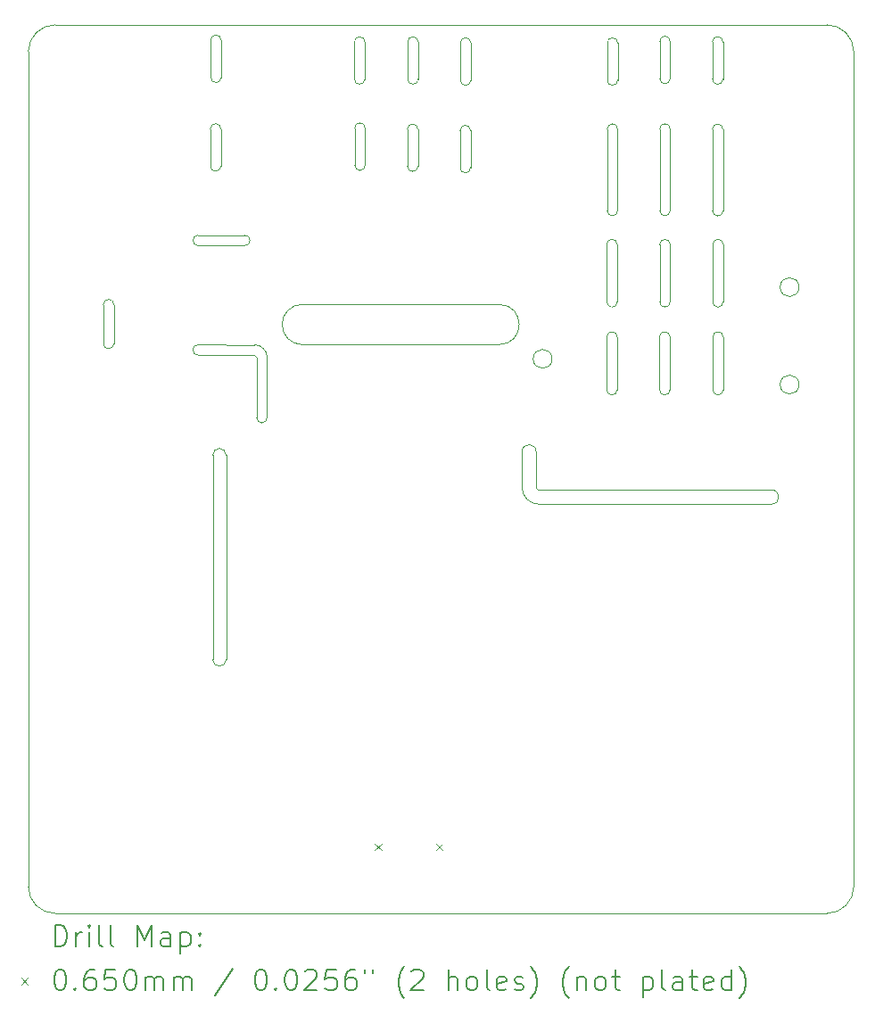
<source format=gbr>
%FSLAX45Y45*%
G04 Gerber Fmt 4.5, Leading zero omitted, Abs format (unit mm)*
G04 Created by KiCad (PCBNEW (6.0.4)) date 2022-05-30 19:31:12*
%MOMM*%
%LPD*%
G01*
G04 APERTURE LIST*
%TA.AperFunction,Profile*%
%ADD10C,0.050000*%
%TD*%
%TA.AperFunction,Profile*%
%ADD11C,0.100000*%
%TD*%
%ADD12C,0.200000*%
%ADD13C,0.065000*%
G04 APERTURE END LIST*
D10*
X20097750Y-15170150D02*
G75*
G03*
X20351750Y-14916150I0J254000D01*
G01*
X20351750Y-14916150D02*
X20351750Y-6991350D01*
X16183650Y-15170350D02*
X12769850Y-15170350D01*
X19832150Y-9226550D02*
G75*
G03*
X19832150Y-9226550I-90000J0D01*
G01*
D11*
X16985200Y-9771503D02*
X15115170Y-9771503D01*
D10*
X20097750Y-6737350D02*
X12769850Y-6737350D01*
D11*
X15115170Y-9391060D02*
X16985200Y-9391060D01*
D10*
X15115170Y-9391057D02*
G75*
G03*
X15115170Y-9771503I-1J-190223D01*
G01*
X12515850Y-14916150D02*
X12515850Y-6991350D01*
X16985200Y-9771500D02*
G75*
G03*
X16985200Y-9391060I0J190220D01*
G01*
X12515850Y-14916150D02*
G75*
G03*
X12769850Y-15170350I254200J0D01*
G01*
X20097750Y-15170150D02*
X16183650Y-15170350D01*
X20351750Y-6991350D02*
G75*
G03*
X20097750Y-6737350I-254000J0D01*
G01*
X14683237Y-10465489D02*
G75*
G03*
X14782887Y-10465489I49825J-285D01*
G01*
X18609605Y-9365955D02*
X18609605Y-8822985D01*
X19010040Y-6899910D02*
X19010040Y-7250750D01*
X17487730Y-9907270D02*
G75*
G03*
X17487730Y-9907270I-90000J0D01*
G01*
X15611520Y-6899910D02*
X15611520Y-7250750D01*
D11*
X17202150Y-11126470D02*
X17202150Y-10788650D01*
D10*
X18011820Y-7260910D02*
G75*
G03*
X18111470Y-7260910I49825J0D01*
G01*
X18007035Y-8822985D02*
X18007035Y-9365955D01*
X18111470Y-6910070D02*
G75*
G03*
X18011820Y-6910070I-49825J0D01*
G01*
X16214090Y-8078790D02*
X16214090Y-7727950D01*
X14245000Y-7725410D02*
X14245000Y-8076250D01*
X18106685Y-9365955D02*
X18106685Y-8822985D01*
X18007035Y-10200000D02*
G75*
G03*
X18106685Y-10200000I49825J0D01*
G01*
X16116980Y-7250750D02*
G75*
G03*
X16216630Y-7250750I49825J0D01*
G01*
X19010335Y-8500990D02*
G75*
G03*
X19109985Y-8500990I49825J0D01*
G01*
X14393650Y-10821350D02*
G75*
G03*
X14266650Y-10821350I-63500J0D01*
G01*
X19832150Y-10151110D02*
G75*
G03*
X19832150Y-10151110I-90000J0D01*
G01*
X17202150Y-11126470D02*
G75*
G03*
X17362170Y-11286490I160020J0D01*
G01*
X19112525Y-9365955D02*
X19112525Y-8822985D01*
X18509955Y-9365955D02*
G75*
G03*
X18609605Y-9365955I49825J0D01*
G01*
X16216630Y-6899910D02*
G75*
G03*
X16116980Y-6899910I-49825J0D01*
G01*
X19010040Y-7250750D02*
G75*
G03*
X19109690Y-7250750I49825J0D01*
G01*
X14571237Y-8733438D02*
X14128062Y-8733438D01*
X15614060Y-7717790D02*
X15614060Y-8068630D01*
X18106685Y-8822985D02*
G75*
G03*
X18007035Y-8822985I-49825J0D01*
G01*
X19010335Y-7728245D02*
X19010335Y-8500990D01*
X19109985Y-8500990D02*
X19109985Y-7728245D01*
X14128062Y-9773433D02*
G75*
G03*
X14128062Y-9873088I-283J-49828D01*
G01*
X16617360Y-6910070D02*
X16617360Y-7260910D01*
D11*
X17362170Y-11151870D02*
X19571970Y-11151870D01*
D10*
X17336770Y-10788650D02*
G75*
G03*
X17202150Y-10788650I-67310J0D01*
G01*
X18507415Y-9700000D02*
X18507415Y-10200000D01*
X14128062Y-9873088D02*
X14663420Y-9872980D01*
X16614820Y-7740650D02*
X16614820Y-8091490D01*
D11*
X17336770Y-10788650D02*
X17336770Y-11126470D01*
D10*
X19112525Y-8822985D02*
G75*
G03*
X19012875Y-8822985I-49825J0D01*
G01*
X18010650Y-7727070D02*
X18010650Y-8499815D01*
X14247650Y-7235190D02*
G75*
G03*
X14347300Y-7235190I49825J0D01*
G01*
X15611520Y-7250750D02*
G75*
G03*
X15711170Y-7250750I49825J0D01*
G01*
X18609310Y-7245670D02*
X18609310Y-6894830D01*
X19112525Y-10200000D02*
X19112525Y-9700000D01*
X14683740Y-9893300D02*
G75*
G03*
X14663420Y-9872980I-20320J0D01*
G01*
X14683740Y-9893300D02*
X14683237Y-10465489D01*
X15713710Y-8068630D02*
X15713710Y-7717790D01*
X18007035Y-9700000D02*
X18007035Y-10200000D01*
X19109985Y-7728245D02*
G75*
G03*
X19010335Y-7728245I-49825J0D01*
G01*
X14782887Y-10465489D02*
X14782800Y-9893300D01*
X16114440Y-8078790D02*
G75*
G03*
X16214090Y-8078790I49825J0D01*
G01*
X18011820Y-6910070D02*
X18011820Y-7260910D01*
X16714470Y-8091490D02*
X16714470Y-7740650D01*
X19012875Y-9700000D02*
X19012875Y-10200000D01*
X13229000Y-9760925D02*
G75*
G03*
X13328650Y-9760925I49825J0D01*
G01*
D11*
X19571970Y-11286490D02*
X17362170Y-11286490D01*
D10*
X18609605Y-8498450D02*
X18609605Y-7725705D01*
X18010650Y-8499815D02*
G75*
G03*
X18110300Y-8499815I49825J0D01*
G01*
X17336770Y-11126470D02*
G75*
G03*
X17362170Y-11151870I25400J0D01*
G01*
X15614060Y-8068630D02*
G75*
G03*
X15713710Y-8068630I49825J0D01*
G01*
X14347300Y-6884350D02*
G75*
G03*
X14247650Y-6884350I-49825J0D01*
G01*
X14347300Y-7235190D02*
X14347300Y-6884350D01*
X14571237Y-8833083D02*
G75*
G03*
X14571237Y-8733438I3J49823D01*
G01*
X14344650Y-8076250D02*
X14344650Y-7725410D01*
X18110300Y-8499815D02*
X18110300Y-7727070D01*
X14344650Y-7725410D02*
G75*
G03*
X14245000Y-7725410I-49825J0D01*
G01*
X14245000Y-8076250D02*
G75*
G03*
X14344650Y-8076250I49825J0D01*
G01*
X16717010Y-7260910D02*
X16717010Y-6910070D01*
X16116980Y-6899910D02*
X16116980Y-7250750D01*
X14266650Y-12761910D02*
G75*
G03*
X14393650Y-12761910I63500J1561D01*
G01*
X18509955Y-8822985D02*
X18509955Y-9365955D01*
X16717010Y-6910070D02*
G75*
G03*
X16617360Y-6910070I-49825J0D01*
G01*
X18007035Y-9365955D02*
G75*
G03*
X18106685Y-9365955I49825J0D01*
G01*
X16114440Y-7727950D02*
X16114440Y-8078790D01*
X12769850Y-6737350D02*
G75*
G03*
X12515850Y-6991350I0J-254000D01*
G01*
X14128062Y-8733433D02*
G75*
G03*
X14128062Y-8833088I-3J-49828D01*
G01*
X16214090Y-7727950D02*
G75*
G03*
X16114440Y-7727950I-49825J0D01*
G01*
X13229000Y-9392975D02*
X13229000Y-9760925D01*
X18509955Y-7725705D02*
X18509955Y-8498450D01*
X16216630Y-7250750D02*
X16216630Y-6899910D01*
X18609605Y-8822985D02*
G75*
G03*
X18509955Y-8822985I-49825J0D01*
G01*
X18509660Y-7245670D02*
G75*
G03*
X18609310Y-7245670I49825J0D01*
G01*
X18609310Y-6894830D02*
G75*
G03*
X18509660Y-6894830I-49825J0D01*
G01*
X14266650Y-10821350D02*
X14266650Y-12761910D01*
X16614820Y-8091490D02*
G75*
G03*
X16714470Y-8091490I49825J0D01*
G01*
X19112525Y-9700000D02*
G75*
G03*
X19012875Y-9700000I-49825J0D01*
G01*
X19012875Y-9365955D02*
G75*
G03*
X19112525Y-9365955I49825J0D01*
G01*
X18509955Y-8498450D02*
G75*
G03*
X18609605Y-8498450I49825J0D01*
G01*
X15713710Y-7717790D02*
G75*
G03*
X15614060Y-7717790I-49825J0D01*
G01*
X18507415Y-10200000D02*
G75*
G03*
X18607065Y-10200000I49825J0D01*
G01*
X19109690Y-7250750D02*
X19109690Y-6899910D01*
X18609605Y-7725705D02*
G75*
G03*
X18509955Y-7725705I-49825J0D01*
G01*
X14782800Y-9893300D02*
G75*
G03*
X14663420Y-9773920I-119380J0D01*
G01*
X15711170Y-6899910D02*
G75*
G03*
X15611520Y-6899910I-49825J0D01*
G01*
X15711170Y-7250750D02*
X15711170Y-6899910D01*
X14247650Y-6884350D02*
X14247650Y-7235190D01*
X19012875Y-8822985D02*
X19012875Y-9365955D01*
X14663420Y-9773920D02*
X14128062Y-9773438D01*
X18106685Y-10200000D02*
X18106685Y-9700000D01*
X13328650Y-9392975D02*
G75*
G03*
X13229000Y-9392975I-49825J0D01*
G01*
X19571970Y-11286490D02*
G75*
G03*
X19571970Y-11151870I0J67310D01*
G01*
X18106685Y-9700000D02*
G75*
G03*
X18007035Y-9700000I-49825J0D01*
G01*
X18607065Y-9700000D02*
G75*
G03*
X18507415Y-9700000I-49825J0D01*
G01*
X16714470Y-7740650D02*
G75*
G03*
X16614820Y-7740650I-49825J0D01*
G01*
X19109690Y-6899910D02*
G75*
G03*
X19010040Y-6899910I-49825J0D01*
G01*
X16617360Y-7260910D02*
G75*
G03*
X16717010Y-7260910I49825J0D01*
G01*
X13328650Y-9760925D02*
X13328650Y-9392975D01*
X18509660Y-6894830D02*
X18509660Y-7245670D01*
X18607065Y-10200000D02*
X18607065Y-9700000D01*
X18111470Y-7260910D02*
X18111470Y-6910070D01*
X14128062Y-8833088D02*
X14571237Y-8833088D01*
X14393650Y-12761910D02*
X14393650Y-10821350D01*
X18110300Y-7727070D02*
G75*
G03*
X18010650Y-7727070I-49825J0D01*
G01*
X19012875Y-10200000D02*
G75*
G03*
X19112525Y-10200000I49825J0D01*
G01*
D12*
D13*
X15805800Y-14507590D02*
X15870800Y-14572590D01*
X15870800Y-14507590D02*
X15805800Y-14572590D01*
X16383800Y-14507590D02*
X16448800Y-14572590D01*
X16448800Y-14507590D02*
X16383800Y-14572590D01*
D12*
X12770969Y-15483326D02*
X12770969Y-15283326D01*
X12818588Y-15283326D01*
X12847159Y-15292850D01*
X12866207Y-15311898D01*
X12875731Y-15330945D01*
X12885255Y-15369040D01*
X12885255Y-15397612D01*
X12875731Y-15435707D01*
X12866207Y-15454755D01*
X12847159Y-15473802D01*
X12818588Y-15483326D01*
X12770969Y-15483326D01*
X12970969Y-15483326D02*
X12970969Y-15349993D01*
X12970969Y-15388088D02*
X12980493Y-15369040D01*
X12990017Y-15359517D01*
X13009064Y-15349993D01*
X13028112Y-15349993D01*
X13094778Y-15483326D02*
X13094778Y-15349993D01*
X13094778Y-15283326D02*
X13085255Y-15292850D01*
X13094778Y-15302374D01*
X13104302Y-15292850D01*
X13094778Y-15283326D01*
X13094778Y-15302374D01*
X13218588Y-15483326D02*
X13199540Y-15473802D01*
X13190017Y-15454755D01*
X13190017Y-15283326D01*
X13323350Y-15483326D02*
X13304302Y-15473802D01*
X13294778Y-15454755D01*
X13294778Y-15283326D01*
X13551921Y-15483326D02*
X13551921Y-15283326D01*
X13618588Y-15426183D01*
X13685255Y-15283326D01*
X13685255Y-15483326D01*
X13866207Y-15483326D02*
X13866207Y-15378564D01*
X13856683Y-15359517D01*
X13837636Y-15349993D01*
X13799540Y-15349993D01*
X13780493Y-15359517D01*
X13866207Y-15473802D02*
X13847159Y-15483326D01*
X13799540Y-15483326D01*
X13780493Y-15473802D01*
X13770969Y-15454755D01*
X13770969Y-15435707D01*
X13780493Y-15416659D01*
X13799540Y-15407136D01*
X13847159Y-15407136D01*
X13866207Y-15397612D01*
X13961445Y-15349993D02*
X13961445Y-15549993D01*
X13961445Y-15359517D02*
X13980493Y-15349993D01*
X14018588Y-15349993D01*
X14037636Y-15359517D01*
X14047159Y-15369040D01*
X14056683Y-15388088D01*
X14056683Y-15445231D01*
X14047159Y-15464278D01*
X14037636Y-15473802D01*
X14018588Y-15483326D01*
X13980493Y-15483326D01*
X13961445Y-15473802D01*
X14142398Y-15464278D02*
X14151921Y-15473802D01*
X14142398Y-15483326D01*
X14132874Y-15473802D01*
X14142398Y-15464278D01*
X14142398Y-15483326D01*
X14142398Y-15359517D02*
X14151921Y-15369040D01*
X14142398Y-15378564D01*
X14132874Y-15369040D01*
X14142398Y-15359517D01*
X14142398Y-15378564D01*
D13*
X12448350Y-15780350D02*
X12513350Y-15845350D01*
X12513350Y-15780350D02*
X12448350Y-15845350D01*
D12*
X12809064Y-15703326D02*
X12828112Y-15703326D01*
X12847159Y-15712850D01*
X12856683Y-15722374D01*
X12866207Y-15741421D01*
X12875731Y-15779517D01*
X12875731Y-15827136D01*
X12866207Y-15865231D01*
X12856683Y-15884278D01*
X12847159Y-15893802D01*
X12828112Y-15903326D01*
X12809064Y-15903326D01*
X12790017Y-15893802D01*
X12780493Y-15884278D01*
X12770969Y-15865231D01*
X12761445Y-15827136D01*
X12761445Y-15779517D01*
X12770969Y-15741421D01*
X12780493Y-15722374D01*
X12790017Y-15712850D01*
X12809064Y-15703326D01*
X12961445Y-15884278D02*
X12970969Y-15893802D01*
X12961445Y-15903326D01*
X12951921Y-15893802D01*
X12961445Y-15884278D01*
X12961445Y-15903326D01*
X13142398Y-15703326D02*
X13104302Y-15703326D01*
X13085255Y-15712850D01*
X13075731Y-15722374D01*
X13056683Y-15750945D01*
X13047159Y-15789040D01*
X13047159Y-15865231D01*
X13056683Y-15884278D01*
X13066207Y-15893802D01*
X13085255Y-15903326D01*
X13123350Y-15903326D01*
X13142398Y-15893802D01*
X13151921Y-15884278D01*
X13161445Y-15865231D01*
X13161445Y-15817612D01*
X13151921Y-15798564D01*
X13142398Y-15789040D01*
X13123350Y-15779517D01*
X13085255Y-15779517D01*
X13066207Y-15789040D01*
X13056683Y-15798564D01*
X13047159Y-15817612D01*
X13342398Y-15703326D02*
X13247159Y-15703326D01*
X13237636Y-15798564D01*
X13247159Y-15789040D01*
X13266207Y-15779517D01*
X13313826Y-15779517D01*
X13332874Y-15789040D01*
X13342398Y-15798564D01*
X13351921Y-15817612D01*
X13351921Y-15865231D01*
X13342398Y-15884278D01*
X13332874Y-15893802D01*
X13313826Y-15903326D01*
X13266207Y-15903326D01*
X13247159Y-15893802D01*
X13237636Y-15884278D01*
X13475731Y-15703326D02*
X13494778Y-15703326D01*
X13513826Y-15712850D01*
X13523350Y-15722374D01*
X13532874Y-15741421D01*
X13542398Y-15779517D01*
X13542398Y-15827136D01*
X13532874Y-15865231D01*
X13523350Y-15884278D01*
X13513826Y-15893802D01*
X13494778Y-15903326D01*
X13475731Y-15903326D01*
X13456683Y-15893802D01*
X13447159Y-15884278D01*
X13437636Y-15865231D01*
X13428112Y-15827136D01*
X13428112Y-15779517D01*
X13437636Y-15741421D01*
X13447159Y-15722374D01*
X13456683Y-15712850D01*
X13475731Y-15703326D01*
X13628112Y-15903326D02*
X13628112Y-15769993D01*
X13628112Y-15789040D02*
X13637636Y-15779517D01*
X13656683Y-15769993D01*
X13685255Y-15769993D01*
X13704302Y-15779517D01*
X13713826Y-15798564D01*
X13713826Y-15903326D01*
X13713826Y-15798564D02*
X13723350Y-15779517D01*
X13742398Y-15769993D01*
X13770969Y-15769993D01*
X13790017Y-15779517D01*
X13799540Y-15798564D01*
X13799540Y-15903326D01*
X13894778Y-15903326D02*
X13894778Y-15769993D01*
X13894778Y-15789040D02*
X13904302Y-15779517D01*
X13923350Y-15769993D01*
X13951921Y-15769993D01*
X13970969Y-15779517D01*
X13980493Y-15798564D01*
X13980493Y-15903326D01*
X13980493Y-15798564D02*
X13990017Y-15779517D01*
X14009064Y-15769993D01*
X14037636Y-15769993D01*
X14056683Y-15779517D01*
X14066207Y-15798564D01*
X14066207Y-15903326D01*
X14456683Y-15693802D02*
X14285255Y-15950945D01*
X14713826Y-15703326D02*
X14732874Y-15703326D01*
X14751921Y-15712850D01*
X14761445Y-15722374D01*
X14770969Y-15741421D01*
X14780493Y-15779517D01*
X14780493Y-15827136D01*
X14770969Y-15865231D01*
X14761445Y-15884278D01*
X14751921Y-15893802D01*
X14732874Y-15903326D01*
X14713826Y-15903326D01*
X14694778Y-15893802D01*
X14685255Y-15884278D01*
X14675731Y-15865231D01*
X14666207Y-15827136D01*
X14666207Y-15779517D01*
X14675731Y-15741421D01*
X14685255Y-15722374D01*
X14694778Y-15712850D01*
X14713826Y-15703326D01*
X14866207Y-15884278D02*
X14875731Y-15893802D01*
X14866207Y-15903326D01*
X14856683Y-15893802D01*
X14866207Y-15884278D01*
X14866207Y-15903326D01*
X14999540Y-15703326D02*
X15018588Y-15703326D01*
X15037636Y-15712850D01*
X15047159Y-15722374D01*
X15056683Y-15741421D01*
X15066207Y-15779517D01*
X15066207Y-15827136D01*
X15056683Y-15865231D01*
X15047159Y-15884278D01*
X15037636Y-15893802D01*
X15018588Y-15903326D01*
X14999540Y-15903326D01*
X14980493Y-15893802D01*
X14970969Y-15884278D01*
X14961445Y-15865231D01*
X14951921Y-15827136D01*
X14951921Y-15779517D01*
X14961445Y-15741421D01*
X14970969Y-15722374D01*
X14980493Y-15712850D01*
X14999540Y-15703326D01*
X15142398Y-15722374D02*
X15151921Y-15712850D01*
X15170969Y-15703326D01*
X15218588Y-15703326D01*
X15237636Y-15712850D01*
X15247159Y-15722374D01*
X15256683Y-15741421D01*
X15256683Y-15760469D01*
X15247159Y-15789040D01*
X15132874Y-15903326D01*
X15256683Y-15903326D01*
X15437636Y-15703326D02*
X15342398Y-15703326D01*
X15332874Y-15798564D01*
X15342398Y-15789040D01*
X15361445Y-15779517D01*
X15409064Y-15779517D01*
X15428112Y-15789040D01*
X15437636Y-15798564D01*
X15447159Y-15817612D01*
X15447159Y-15865231D01*
X15437636Y-15884278D01*
X15428112Y-15893802D01*
X15409064Y-15903326D01*
X15361445Y-15903326D01*
X15342398Y-15893802D01*
X15332874Y-15884278D01*
X15618588Y-15703326D02*
X15580493Y-15703326D01*
X15561445Y-15712850D01*
X15551921Y-15722374D01*
X15532874Y-15750945D01*
X15523350Y-15789040D01*
X15523350Y-15865231D01*
X15532874Y-15884278D01*
X15542398Y-15893802D01*
X15561445Y-15903326D01*
X15599540Y-15903326D01*
X15618588Y-15893802D01*
X15628112Y-15884278D01*
X15637636Y-15865231D01*
X15637636Y-15817612D01*
X15628112Y-15798564D01*
X15618588Y-15789040D01*
X15599540Y-15779517D01*
X15561445Y-15779517D01*
X15542398Y-15789040D01*
X15532874Y-15798564D01*
X15523350Y-15817612D01*
X15713826Y-15703326D02*
X15713826Y-15741421D01*
X15790017Y-15703326D02*
X15790017Y-15741421D01*
X16085255Y-15979517D02*
X16075731Y-15969993D01*
X16056683Y-15941421D01*
X16047159Y-15922374D01*
X16037636Y-15893802D01*
X16028112Y-15846183D01*
X16028112Y-15808088D01*
X16037636Y-15760469D01*
X16047159Y-15731898D01*
X16056683Y-15712850D01*
X16075731Y-15684278D01*
X16085255Y-15674755D01*
X16151921Y-15722374D02*
X16161445Y-15712850D01*
X16180493Y-15703326D01*
X16228112Y-15703326D01*
X16247159Y-15712850D01*
X16256683Y-15722374D01*
X16266207Y-15741421D01*
X16266207Y-15760469D01*
X16256683Y-15789040D01*
X16142398Y-15903326D01*
X16266207Y-15903326D01*
X16504302Y-15903326D02*
X16504302Y-15703326D01*
X16590017Y-15903326D02*
X16590017Y-15798564D01*
X16580493Y-15779517D01*
X16561445Y-15769993D01*
X16532874Y-15769993D01*
X16513826Y-15779517D01*
X16504302Y-15789040D01*
X16713826Y-15903326D02*
X16694778Y-15893802D01*
X16685255Y-15884278D01*
X16675731Y-15865231D01*
X16675731Y-15808088D01*
X16685255Y-15789040D01*
X16694778Y-15779517D01*
X16713826Y-15769993D01*
X16742398Y-15769993D01*
X16761445Y-15779517D01*
X16770969Y-15789040D01*
X16780493Y-15808088D01*
X16780493Y-15865231D01*
X16770969Y-15884278D01*
X16761445Y-15893802D01*
X16742398Y-15903326D01*
X16713826Y-15903326D01*
X16894779Y-15903326D02*
X16875731Y-15893802D01*
X16866207Y-15874755D01*
X16866207Y-15703326D01*
X17047160Y-15893802D02*
X17028112Y-15903326D01*
X16990017Y-15903326D01*
X16970969Y-15893802D01*
X16961445Y-15874755D01*
X16961445Y-15798564D01*
X16970969Y-15779517D01*
X16990017Y-15769993D01*
X17028112Y-15769993D01*
X17047160Y-15779517D01*
X17056683Y-15798564D01*
X17056683Y-15817612D01*
X16961445Y-15836659D01*
X17132874Y-15893802D02*
X17151921Y-15903326D01*
X17190017Y-15903326D01*
X17209064Y-15893802D01*
X17218588Y-15874755D01*
X17218588Y-15865231D01*
X17209064Y-15846183D01*
X17190017Y-15836659D01*
X17161445Y-15836659D01*
X17142398Y-15827136D01*
X17132874Y-15808088D01*
X17132874Y-15798564D01*
X17142398Y-15779517D01*
X17161445Y-15769993D01*
X17190017Y-15769993D01*
X17209064Y-15779517D01*
X17285255Y-15979517D02*
X17294779Y-15969993D01*
X17313826Y-15941421D01*
X17323350Y-15922374D01*
X17332874Y-15893802D01*
X17342398Y-15846183D01*
X17342398Y-15808088D01*
X17332874Y-15760469D01*
X17323350Y-15731898D01*
X17313826Y-15712850D01*
X17294779Y-15684278D01*
X17285255Y-15674755D01*
X17647160Y-15979517D02*
X17637636Y-15969993D01*
X17618588Y-15941421D01*
X17609064Y-15922374D01*
X17599540Y-15893802D01*
X17590017Y-15846183D01*
X17590017Y-15808088D01*
X17599540Y-15760469D01*
X17609064Y-15731898D01*
X17618588Y-15712850D01*
X17637636Y-15684278D01*
X17647160Y-15674755D01*
X17723350Y-15769993D02*
X17723350Y-15903326D01*
X17723350Y-15789040D02*
X17732874Y-15779517D01*
X17751921Y-15769993D01*
X17780493Y-15769993D01*
X17799540Y-15779517D01*
X17809064Y-15798564D01*
X17809064Y-15903326D01*
X17932874Y-15903326D02*
X17913826Y-15893802D01*
X17904302Y-15884278D01*
X17894779Y-15865231D01*
X17894779Y-15808088D01*
X17904302Y-15789040D01*
X17913826Y-15779517D01*
X17932874Y-15769993D01*
X17961445Y-15769993D01*
X17980493Y-15779517D01*
X17990017Y-15789040D01*
X17999540Y-15808088D01*
X17999540Y-15865231D01*
X17990017Y-15884278D01*
X17980493Y-15893802D01*
X17961445Y-15903326D01*
X17932874Y-15903326D01*
X18056683Y-15769993D02*
X18132874Y-15769993D01*
X18085255Y-15703326D02*
X18085255Y-15874755D01*
X18094779Y-15893802D01*
X18113826Y-15903326D01*
X18132874Y-15903326D01*
X18351921Y-15769993D02*
X18351921Y-15969993D01*
X18351921Y-15779517D02*
X18370969Y-15769993D01*
X18409064Y-15769993D01*
X18428112Y-15779517D01*
X18437636Y-15789040D01*
X18447160Y-15808088D01*
X18447160Y-15865231D01*
X18437636Y-15884278D01*
X18428112Y-15893802D01*
X18409064Y-15903326D01*
X18370969Y-15903326D01*
X18351921Y-15893802D01*
X18561445Y-15903326D02*
X18542398Y-15893802D01*
X18532874Y-15874755D01*
X18532874Y-15703326D01*
X18723350Y-15903326D02*
X18723350Y-15798564D01*
X18713826Y-15779517D01*
X18694779Y-15769993D01*
X18656683Y-15769993D01*
X18637636Y-15779517D01*
X18723350Y-15893802D02*
X18704302Y-15903326D01*
X18656683Y-15903326D01*
X18637636Y-15893802D01*
X18628112Y-15874755D01*
X18628112Y-15855707D01*
X18637636Y-15836659D01*
X18656683Y-15827136D01*
X18704302Y-15827136D01*
X18723350Y-15817612D01*
X18790017Y-15769993D02*
X18866207Y-15769993D01*
X18818588Y-15703326D02*
X18818588Y-15874755D01*
X18828112Y-15893802D01*
X18847160Y-15903326D01*
X18866207Y-15903326D01*
X19009064Y-15893802D02*
X18990017Y-15903326D01*
X18951921Y-15903326D01*
X18932874Y-15893802D01*
X18923350Y-15874755D01*
X18923350Y-15798564D01*
X18932874Y-15779517D01*
X18951921Y-15769993D01*
X18990017Y-15769993D01*
X19009064Y-15779517D01*
X19018588Y-15798564D01*
X19018588Y-15817612D01*
X18923350Y-15836659D01*
X19190017Y-15903326D02*
X19190017Y-15703326D01*
X19190017Y-15893802D02*
X19170969Y-15903326D01*
X19132874Y-15903326D01*
X19113826Y-15893802D01*
X19104302Y-15884278D01*
X19094779Y-15865231D01*
X19094779Y-15808088D01*
X19104302Y-15789040D01*
X19113826Y-15779517D01*
X19132874Y-15769993D01*
X19170969Y-15769993D01*
X19190017Y-15779517D01*
X19266207Y-15979517D02*
X19275731Y-15969993D01*
X19294779Y-15941421D01*
X19304302Y-15922374D01*
X19313826Y-15893802D01*
X19323350Y-15846183D01*
X19323350Y-15808088D01*
X19313826Y-15760469D01*
X19304302Y-15731898D01*
X19294779Y-15712850D01*
X19275731Y-15684278D01*
X19266207Y-15674755D01*
M02*

</source>
